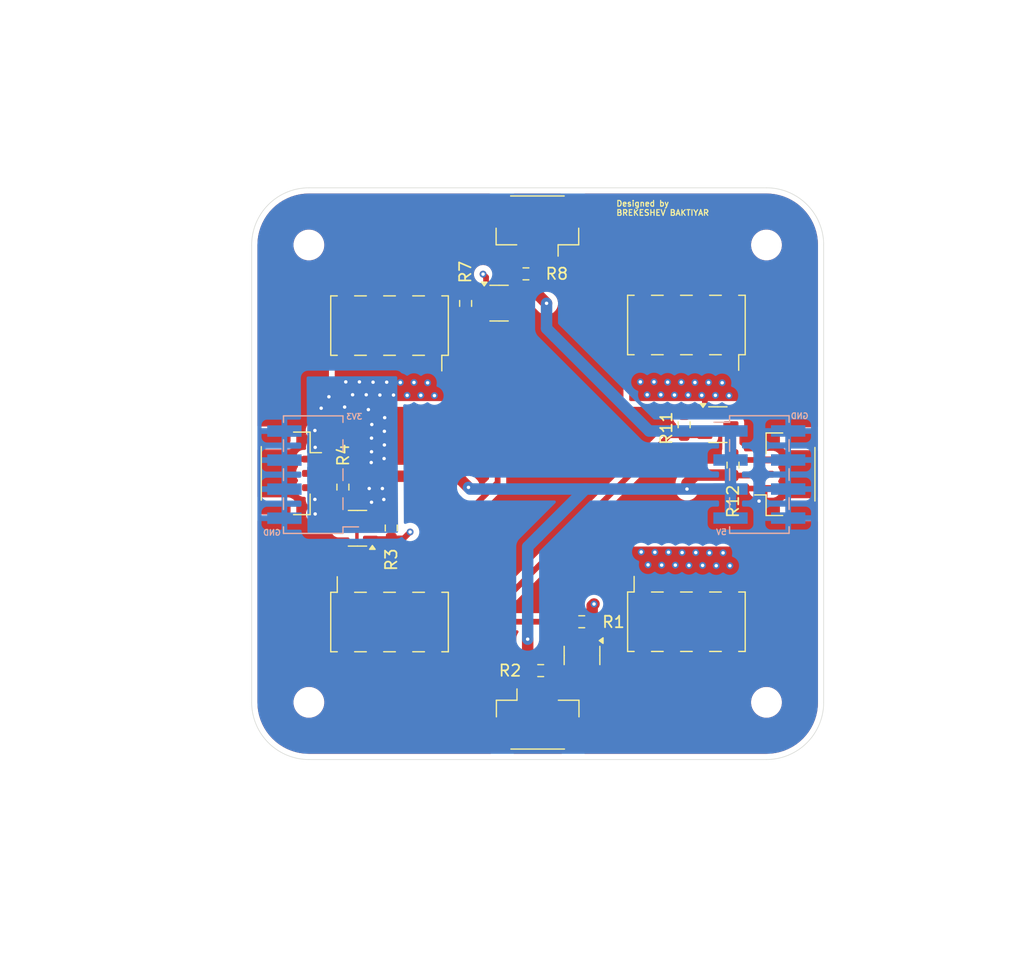
<source format=kicad_pcb>
(kicad_pcb (version 20240108) (generator "pcbnew") (generator_version "8.0")
  (layers (0 "F.Cu" signal) (1 "In1.Cu" signal) (2 "In2.Cu" signal) (31 "B.Cu" signal) (34 "B.Paste" user) (35 "F.Paste" user) (36 "B.SilkS" user "B.Silkscreen") (37 "F.SilkS" user "F.Silkscreen") (38 "B.Mask" user) (39 "F.Mask" user) (44 "Edge.Cuts" user))
  (net 0 "")
  (net 2 "Net-(J1-Pin_3)")
  (net 3 "+5V")
  (net 5 "GND")
  (net 8 "Net-(J2-Pin_3)")
  (net 10 "Net-(J3-Pin_3)")
  (net 12 "Net-(J4-Pin_3)")
  (net 15 "+3.3V")
  (net 16 "/SERVO_1")
  (net 17 "/SERVO_2")
  (net 18 "/SERVO_3")
  (net 19 "/SERVO_4")
  (footprint "MountingHole:MountingHole_2.2mm_M2" (layer "F.Cu") (at 182.575 74.05)
    (property "Reference" "H3" (hide yes))
    (property "Value" "MountingHole")
    (pad "" np_thru_hole circle (at 0 0) (size 2.2 2.2) (drill 2.2) (layers "*.Cu" "*.Mask"))
  )
  (footprint "Connector_PinSocket_2.54mm:PinSocket_2x04_P2.54mm_Vertical_SMD" (layer "F.Cu") (at 149.625 107.025 90)
    (property "Reference" "J7" (hide yes))
    (property "Value" "Conn_02x04_Odd_Even")
    (fp_line (start 2.6 -5.139999) (end 2.600001 -4.57) (stroke (width 0.12)) (layer "F.SilkS"))
    (fp_line (start -2.6 -5.139999) (end 2.6 -5.139999) (stroke (width 0.12)) (layer "F.SilkS"))
    (fp_line (start -2.6 -5.139999) (end -2.600001 -4.57) (stroke (width 0.12)) (layer "F.SilkS"))
    (fp_line (start 2.600001 -4.57) (end 3.96 -4.57) (stroke (width 0.12)) (layer "F.SilkS"))
    (fp_line (start 2.6 -3.05) (end 2.6 -2.03) (stroke (width 0.12)) (layer "F.SilkS"))
    (fp_line (start -2.6 -3.05) (end -2.6 -2.03) (stroke (width 0.12)) (layer "F.SilkS"))
    (fp_line (start 2.6 -0.51) (end 2.6 0.51) (stroke (width 0.12)) (layer "F.SilkS"))
    (fp_line (start -2.6 -0.51) (end -2.6 0.51) (stroke (width 0.12)) (layer "F.SilkS"))
    (fp_line (start 2.6 2.03) (end 2.6 3.05) (stroke (width 0.12)) (layer "F.SilkS"))
    (fp_line (start -2.6 2.03) (end -2.6 3.05) (stroke (width 0.12)) (layer "F.SilkS"))
    (fp_line (start 2.600001 4.57) (end 2.6 5.139999) (stroke (width 0.12)) (layer "F.SilkS"))
    (fp_line (start -2.600001 4.57) (end -2.6 5.139999) (stroke (width 0.12)) (layer "F.SilkS"))
    (fp_line (start -2.6 5.139999) (end 2.6 5.139999) (stroke (width 0.12)) (layer "F.SilkS"))
    (pad "1" smd rect (at 2.52 -3.81 90) (size 3 1) (layers "F.Cu" "F.Paste" "F.Mask") (net 16 "/SERVO_1"))
    (pad "2" smd rect (at -2.52 -3.81 90) (size 3 1) (layers "F.Cu" "F.Paste" "F.Mask") (net 5 "GND"))
    (pad "3" smd rect (at 2.52 -1.270001 90) (size 3 1) (layers "F.Cu" "F.Paste" "F.Mask") (net 17 "/SERVO_2"))
    (pad "4" smd rect (at -2.52 -1.270001 90) (size 3 1) (layers "F.Cu" "F.Paste" "F.Mask") (net 5 "GND"))
    (pad "5" smd rect (at 2.52 1.270001 90) (size 3 1) (layers "F.Cu" "F.Paste" "F.Mask") (net 18 "/SERVO_3"))
    (pad "6" smd rect (at -2.52 1.270001 90) (size 3 1) (layers "F.Cu" "F.Paste" "F.Mask") (net 5 "GND"))
    (pad "7" smd rect (at 2.52 3.81 90) (size 3 1) (layers "F.Cu" "F.Paste" "F.Mask") (net 19 "/SERVO_4"))
    (pad "8" smd rect (at -2.52 3.81 90) (size 3 1) (layers "F.Cu" "F.Paste" "F.Mask") (net 5 "GND"))
  )
  (footprint "Connector_JST:JST_GH_SM03B-GHS-TB_1x03-1MP_P1.25mm_Horizontal" (layer "F.Cu") (at 162.55 72.325 180)
    (property "Reference" "J3" (hide yes))
    (property "Value" "Conn_01x03_MountingPin" (hide yes))
    (fp_line (start 3.61 -0.26) (end 3.61 -1.71) (stroke (width 0.12)) (layer "F.SilkS"))
    (fp_line (start 3.61 -1.71) (end 1.81 -1.71) (stroke (width 0.12)) (layer "F.SilkS"))
    (fp_line (start -1.81 -1.71) (end -1.81 -2.7) (stroke (width 0.12)) (layer "F.SilkS"))
    (fp_line (start -2.34 2.559999) (end 2.34 2.559999) (stroke (width 0.12)) (layer "F.SilkS"))
    (fp_line (start -3.61 -0.26) (end -3.61 -1.71) (stroke (width 0.12)) (layer "F.SilkS"))
    (fp_line (start -3.61 -1.71) (end -1.81 -1.71) (stroke (width 0.12)) (layer "F.SilkS"))
    (pad "1" smd roundrect (at -1.25 -1.85 180) (size 0.6 1.7) (layers "F.Cu" "F.Paste" "F.Mask") (net 5 "GND"))
    (pad "2" smd roundrect (at 0 -1.850001 180) (size 0.6 1.7) (layers "F.Cu" "F.Paste" "F.Mask") (net 3 "+5V"))
    (pad "3" smd roundrect (at 1.25 -1.85 180) (size 0.6 1.7) (layers "F.Cu" "F.Paste" "F.Mask") (net 10 "Net-(J3-Pin_3)"))
    (pad "MP" smd roundrect (at -3.1 1.35 180) (size 1 2.7) (layers "F.Cu" "F.Paste" "F.Mask"))
    (pad "MP" smd roundrect (at 3.1 1.35 180) (size 1 2.7) (layers "F.Cu" "F.Paste" "F.Mask"))
  )
  (footprint "Package_TO_SOT_SMD:SOT-23-3" (layer "F.Cu") (at 166.45 109.95 -90)
    (property "Reference" "Q1" (hide yes))
    (property "Value" "Q_NMOS_GSD")
    (fp_line (start 0 1.560001) (end -0.8 1.56) (stroke (width 0.12)) (layer "F.SilkS"))
    (fp_line (start 0 1.560001) (end 0.8 1.56) (stroke (width 0.12)) (layer "F.SilkS"))
    (fp_line (start 0 -1.560001) (end -0.8 -1.56) (stroke (width 0.12)) (layer "F.SilkS"))
    (fp_line (start 0 -1.560001) (end 0.8 -1.56) (stroke (width 0.12)) (layer "F.SilkS"))
    (fp_poly (pts (xy -1.3 -1.51) (xy -1.54 -1.84) (xy -1.06 -1.84) (xy -1.3 -1.51)) (stroke (width 0.12)) (fill solid) (layer "F.SilkS"))
    (pad "1" smd roundrect (at -1.1375 -0.949999 270) (size 1.325 0.6) (layers "F.Cu" "F.Paste" "F.Mask") (net 15 "+3.3V"))
    (pad "2" smd roundrect (at -1.1375 0.949999 270) (size 1.325 0.6) (layers "F.Cu" "F.Paste" "F.Mask") (net 16 "/SERVO_1"))
    (pad "3" smd roundrect (at 1.1375 0 270) (size 1.325 0.6) (layers "F.Cu" "F.Paste" "F.Mask") (net 2 "Net-(J1-Pin_3)"))
  )
  (footprint "Resistor_SMD:R_0603_1608Metric_Pad0.98x0.95mm_HandSolder" (layer "F.Cu") (at 161.55 76.575)
    (property "Reference" "R8" (at 2.7 0 360) (layer "F.SilkS"))
    (property "Value" "R")
    (fp_line (start -0.254724 -0.5225) (end 0.254724 -0.5225) (stroke (width 0.12)) (layer "F.SilkS"))
    (fp_line (start -0.254724 0.5225) (end 0.254724 0.5225) (stroke (width 0.12)) (layer "F.SilkS"))
    (pad "1" smd roundrect (at -0.9125 0) (size 0.975 0.95) (layers "F.Cu" "F.Paste" "F.Mask") (net 10 "Net-(J3-Pin_3)"))
    (pad "2" smd roundrect (at 0.9125 0) (size 0.975 0.95) (layers "F.Cu" "F.Paste" "F.Mask") (net 3 "+5V"))
  )
  (footprint "Resistor_SMD:R_0603_1608Metric_Pad0.98x0.95mm_HandSolder" (layer "F.Cu") (at 166.425 107)
    (property "Reference" "R1" (at 2.775 0.025 0) (layer "F.SilkS"))
    (property "Value" "R")
    (fp_line (start -0.254724 -0.5225) (end 0.254724 -0.5225) (stroke (width 0.12)) (layer "F.SilkS"))
    (fp_line (start -0.254724 0.5225) (end 0.254724 0.5225) (stroke (width 0.12)) (layer "F.SilkS"))
    (pad "1" smd roundrect (at -0.9125 0) (size 0.975 0.95) (layers "F.Cu" "F.Paste" "F.Mask") (net 16 "/SERVO_1"))
    (pad "2" smd roundrect (at 0.9125 0) (size 0.975 0.95) (layers "F.Cu" "F.Paste" "F.Mask") (net 15 "+3.3V"))
  )
  (footprint "Fiducial:Fiducial_0.5mm_Mask1mm" (layer "F.Cu") (at 185.075 116.55)
    (property "Reference" "FID1" (hide yes))
    (property "Value" "Fiducial")
    (pad "" smd circle (at 0 0) (size 0.5 0.5) (layers "F.Cu" "F.Mask") (clearance 0.25))
  )
  (footprint "MountingHole:MountingHole_2.2mm_M2" (layer "F.Cu") (at 142.575 114.05)
    (property "Reference" "H2" (hide yes))
    (property "Value" "MountingHole")
    (pad "" np_thru_hole circle (at 0 0) (size 2.2 2.2) (drill 2.2) (layers "*.Cu" "*.Mask"))
  )
  (footprint "Resistor_SMD:R_0603_1608Metric_Pad0.98x0.95mm_HandSolder" (layer "F.Cu") (at 156.275 79.1625 90)
    (property "Reference" "R7" (at 2.75 -0.025 270) (layer "F.SilkS"))
    (property "Value" "R")
    (fp_line (start -0.254724 -0.5225) (end 0.254724 -0.5225) (stroke (width 0.12)) (layer "F.SilkS"))
    (fp_line (start -0.254724 0.5225) (end 0.254724 0.5225) (stroke (width 0.12)) (layer "F.SilkS"))
    (pad "1" smd roundrect (at -0.9125 0 90) (size 0.975 0.95) (layers "F.Cu" "F.Paste" "F.Mask") (net 18 "/SERVO_3"))
    (pad "2" smd roundrect (at 0.9125 0 90) (size 0.975 0.95) (layers "F.Cu" "F.Paste" "F.Mask") (net 15 "+3.3V"))
  )
  (footprint "Resistor_SMD:R_0603_1608Metric_Pad0.98x0.95mm_HandSolder" (layer "F.Cu") (at 179.65 93.3 -90)
    (property "Reference" "R12" (at 3.175 0 90) (layer "F.SilkS"))
    (property "Value" "R")
    (fp_line (start -0.254724 0.5225) (end 0.254724 0.5225) (stroke (width 0.12)) (layer "F.SilkS"))
    (fp_line (start -0.254724 -0.5225) (end 0.254724 -0.5225) (stroke (width 0.12)) (layer "F.SilkS"))
    (pad "1" smd roundrect (at -0.9125 0 270) (size 0.975 0.95) (layers "F.Cu" "F.Paste" "F.Mask") (net 12 "Net-(J4-Pin_3)"))
    (pad "2" smd roundrect (at 0.9125 0 270) (size 0.975 0.95) (layers "F.Cu" "F.Paste" "F.Mask") (net 3 "+5V"))
  )
  (footprint "Fiducial:Fiducial_0.5mm_Mask1mm" (layer "F.Cu") (at 185.075 71.55)
    (property "Reference" "FID3" (hide yes))
    (property "Value" "Fiducial")
    (pad "" smd circle (at 0 0) (size 0.5 0.5) (layers "F.Cu" "F.Mask") (clearance 0.25))
  )
  (footprint "Fiducial:Fiducial_0.5mm_Mask1mm" (layer "F.Cu") (at 140.075 71.55)
    (property "Reference" "FID4" (hide yes))
    (property "Value" "Fiducial")
    (pad "" smd circle (at 0 0) (size 0.5 0.5) (layers "F.Cu" "F.Mask") (clearance 0.25))
  )
  (footprint "Package_TO_SOT_SMD:SOT-23-3" (layer "F.Cu") (at 146.825 98.825 180)
    (property "Reference" "Q2" (hide yes))
    (property "Value" "Q_NMOS_GSD")
    (fp_line (start 0 1.560001) (end 0.8 1.56) (stroke (width 0.12)) (layer "F.SilkS"))
    (fp_line (start 0 1.560001) (end -0.8 1.56) (stroke (width 0.12)) (layer "F.SilkS"))
    (fp_line (start 0 -1.560001) (end 0.8 -1.56) (stroke (width 0.12)) (layer "F.SilkS"))
    (fp_line (start 0 -1.560001) (end -0.8 -1.56) (stroke (width 0.12)) (layer "F.SilkS"))
    (fp_poly (pts (xy -1.3 -1.51) (xy -1.54 -1.84) (xy -1.06 -1.84) (xy -1.3 -1.51)) (stroke (width 0.12)) (fill solid) (layer "F.SilkS"))
    (pad "1" smd roundrect (at -1.1375 -0.949999 180) (size 1.325 0.6) (layers "F.Cu" "F.Paste" "F.Mask") (net 15 "+3.3V"))
    (pad "2" smd roundrect (at -1.1375 0.949999 180) (size 1.325 0.6) (layers "F.Cu" "F.Paste" "F.Mask") (net 17 "/SERVO_2"))
    (pad "3" smd roundrect (at 1.1375 0 180) (size 1.325 0.6) (layers "F.Cu" "F.Paste" "F.Mask") (net 8 "Net-(J2-Pin_3)"))
  )
  (footprint "Connector_JST:JST_GH_SM03B-GHS-TB_1x03-1MP_P1.25mm_Horizontal" (layer "F.Cu") (at 162.575 115.575)
    (property "Reference" "J1" (hide yes))
    (property "Value" "Conn_01x03_MountingPin" (hide yes))
    (fp_line (start -3.61 -1.71) (end -1.81 -1.71) (stroke (width 0.12)) (layer "F.SilkS"))
    (fp_line (start -3.61 -0.26) (end -3.61 -1.71) (stroke (width 0.12)) (layer "F.SilkS"))
    (fp_line (start -2.34 2.56) (end 2.34 2.56) (stroke (width 0.12)) (layer "F.SilkS"))
    (fp_line (start -1.81 -1.71) (end -1.81 -2.7) (stroke (width 0.12)) (layer "F.SilkS"))
    (fp_line (start 3.61 -1.71) (end 1.81 -1.71) (stroke (width 0.12)) (layer "F.SilkS"))
    (fp_line (start 3.61 -0.26) (end 3.61 -1.71) (stroke (width 0.12)) (layer "F.SilkS"))
    (pad "1" smd roundrect (at -1.25 -1.85) (size 0.6 1.7) (layers "F.Cu" "F.Paste" "F.Mask") (net 5 "GND"))
    (pad "2" smd roundrect (at 0 -1.85) (size 0.6 1.7) (layers "F.Cu" "F.Paste" "F.Mask") (net 3 "+5V"))
    (pad "3" smd roundrect (at 1.25 -1.85) (size 0.6 1.7) (layers "F.Cu" "F.Paste" "F.Mask") (net 2 "Net-(J1-Pin_3)"))
    (pad "MP" smd roundrect (at -3.1 1.35) (size 1 2.7) (layers "F.Cu" "F.Paste" "F.Mask"))
    (pad "MP" smd roundrect (at 3.1 1.35) (size 1 2.7) (layers "F.Cu" "F.Paste" "F.Mask"))
  )
  (footprint "Package_TO_SOT_SMD:SOT-23-3" (layer "F.Cu") (at 178.325 89.7625)
    (property "Reference" "Q6" (hide yes))
    (property "Value" "Q_NMOS_GSD")
    (fp_line (start 0 -1.560001) (end -0.8 -1.56) (stroke (width 0.12)) (layer "F.SilkS"))
    (fp_line (start 0 -1.560001) (end 0.8 -1.56) (stroke (width 0.12)) (layer "F.SilkS"))
    (fp_line (start 0 1.560001) (end -0.8 1.56) (stroke (width 0.12)) (layer "F.SilkS"))
    (fp_line (start 0 1.560001) (end 0.8 1.56) (stroke (width 0.12)) (layer "F.SilkS"))
    (fp_poly (pts (xy -1.3 -1.51) (xy -1.54 -1.84) (xy -1.06 -1.84) (xy -1.3 -1.51)) (stroke (width 0.12)) (fill solid) (layer "F.SilkS"))
    (pad "1" smd roundrect (at -1.1375 -0.949999) (size 1.325 0.6) (layers "F.Cu" "F.Paste" "F.Mask") (net 15 "+3.3V"))
    (pad "2" smd roundrect (at -1.1375 0.949999) (size 1.325 0.6) (layers "F.Cu" "F.Paste" "F.Mask") (net 19 "/SERVO_4"))
    (pad "3" smd roundrect (at 1.1375 0) (size 1.325 0.6) (layers "F.Cu" "F.Paste" "F.Mask") (net 12 "Net-(J4-Pin_3)"))
  )
  (footprint "Fiducial:Fiducial_0.5mm_Mask1mm" (layer "F.Cu") (at 140.075 116.55)
    (property "Reference" "FID2" (hide yes))
    (property "Value" "Fiducial")
    (pad "" smd circle (at 0 0) (size 0.5 0.5) (layers "F.Cu" "F.Mask") (clearance 0.25))
  )
  (footprint "Resistor_SMD:R_0603_1608Metric_Pad0.98x0.95mm_HandSolder" (layer "F.Cu") (at 162.8375 111.275 180)
    (property "Reference" "R2" (at 2.675001 0 180) (layer "F.SilkS"))
    (property "Value" "R")
    (fp_line (start -0.254724 0.5225) (end 0.254724 0.5225) (stroke (width 0.12)) (layer "F.SilkS"))
    (fp_line (start -0.254724 -0.5225) (end 0.254724 -0.5225) (stroke (width 0.12)) (layer "F.SilkS"))
    (pad "1" smd roundrect (at -0.9125 0 180) (size 0.975 0.95) (layers "F.Cu" "F.Paste" "F.Mask") (net 2 "Net-(J1-Pin_3)"))
    (pad "2" smd roundrect (at 0.9125 0 180) (size 0.975 0.95) (layers "F.Cu" "F.Paste" "F.Mask") (net 3 "+5V"))
  )
  (footprint "Resistor_SMD:R_0603_1608Metric_Pad0.98x0.95mm_HandSolder" (layer "F.Cu") (at 145.55 95.225 90)
    (property "Reference" "R4" (at 2.8 0.025 270) (layer "F.SilkS"))
    (property "Value" "R")
    (fp_line (start -0.254724 -0.5225) (end 0.254724 -0.5225) (stroke (width 0.12)) (layer "F.SilkS"))
    (fp_line (start -0.254724 0.5225) (end 0.254724 0.5225) (stroke (width 0.12)) (layer "F.SilkS"))
    (pad "1" smd roundrect (at -0.9125 0 90) (size 0.975 0.95) (layers "F.Cu" "F.Paste" "F.Mask") (net 8 "Net-(J2-Pin_3)"))
    (pad "2" smd roundrect (at 0.9125 0 90) (size 0.975 0.95) (layers "F.Cu" "F.Paste" "F.Mask") (net 3 "+5V"))
  )
  (footprint "Package_TO_SOT_SMD:SOT-23-3" (layer "F.Cu") (at 159.2 79.1375)
    (property "Reference" "Q4" (hide yes))
    (property "Value" "Q_NMOS_GSD")
    (fp_line (start 0 -1.560001) (end -0.8 -1.56) (stroke (width 0.12)) (layer "F.SilkS"))
    (fp_line (start 0 -1.560001) (end 0.8 -1.56) (stroke (width 0.12)) (layer "F.SilkS"))
    (fp_line (start 0 1.560001) (end -0.8 1.56) (stroke (width 0.12)) (layer "F.SilkS"))
    (fp_line (start 0 1.560001) (end 0.8 1.56) (stroke (width 0.12)) (layer "F.SilkS"))
    (fp_poly (pts (xy -1.3 -1.51) (xy -1.54 -1.84) (xy -1.06 -1.84) (xy -1.3 -1.51)) (stroke (width 0.12)) (fill solid) (layer "F.SilkS"))
    (pad "1" smd roundrect (at -1.1375 -0.949999) (size 1.325 0.6) (layers "F.Cu" "F.Paste" "F.Mask") (net 15 "+3.3V"))
    (pad "2" smd roundrect (at -1.1375 0.949999) (size 1.325 0.6) (layers "F.Cu" "F.Paste" "F.Mask") (net 18 "/SERVO_3"))
    (pad "3" smd roundrect (at 1.1375 0) (size 1.325 0.6) (layers "F.Cu" "F.Paste" "F.Mask") (net 10 "Net-(J3-Pin_3)"))
  )
  (footprint "Connector_PinSocket_2.54mm:PinSocket_2x04_P2.54mm_Vertical_SMD" (layer "F.Cu") (at 175.575 81.05 -90)
    (property "Reference" "J8" (hide yes))
    (property "Value" "Conn_02x04_Odd_Even")
    (fp_line (start -2.6 5.139999) (end 2.6 5.139999) (stroke (width 0.12)) (layer "F.SilkS"))
    (fp_line (start -2.600001 4.57) (end -2.6 5.139999) (stroke (width 0.12)) (layer "F.SilkS"))
    (fp_line (start 2.600001 4.57) (end 2.6 5.139999) (stroke (width 0.12)) (layer "F.SilkS"))
    (fp_line (start -2.6 2.03) (end -2.6 3.05) (stroke (width 0.12)) (layer "F.SilkS"))
    (fp_line (start 2.6 2.03) (end 2.6 3.05) (stroke (width 0.12)) (layer "F.SilkS"))
    (fp_line (start -2.6 -0.51) (end -2.6 0.51) (stroke (width 0.12)) (layer "F.SilkS"))
    (fp_line (start 2.6 -0.51) (end 2.6 0.51) (stroke (width 0.12)) (layer "F.SilkS"))
    (fp_line (start -2.6 -3.05) (end -2.6 -2.03) (stroke (width 0.12)) (layer "F.SilkS"))
    (fp_line (start 2.6 -3.05) (end 2.6 -2.03) (stroke (width 0.12)) (layer "F.SilkS"))
    (fp_line (start 2.600001 -4.57) (end 3.96 -4.57) (stroke (width 0.12)) (layer "F.SilkS"))
    (fp_line (start -2.6 -5.139999) (end -2.600001 -4.57) (stroke (width 0.12)) (layer "F.SilkS"))
    (fp_line (start -2.6 -5.139999) (end 2.6 -5.139999) (stroke (width 0.12)) (layer "F.SilkS"))
    (fp_line (start 2.6 -5.139999) (end 2.600001 -4.57) (stroke (width 0.12)) (layer "F.SilkS"))
    (pad "1" smd rect (at 2.52 -3.81 270) (size 3 1) (layers "F.Cu" "F.Paste" "F.Mask") (net 15 "+3.3V"))
    (pad "2" smd rect (at -2.52 -3.81 270) (size 3 1) (layers "F.Cu" "F.Paste" "F.Mask") (net 5 "GND"))
    (pad "3" smd rect (at 2.52 -1.270001 270) (size 3 1) (layers "F.Cu" "F.Paste" "F.Mask") (net 15 "+3.3V"))
    (pad "4" smd rect (at -2.52 -1.270001 270) (size 3 1) (layers "F.Cu" "F.Paste" "F.Mask") (net 5 "GND"))
    (pad "5" smd rect (at 2.52 1.270001 270) (size 3 1) (layers "F.Cu" "F.Paste" "F.Mask") (net 15 "+3.3V"))
    (pad "6" smd rect (at -2.52 1.270001 270) (size 3 1) (layers "F.Cu" "F.Paste" "F.Mask") (net 5 "GND"))
    (pad "7" smd rect (at 2.52 3.81 270) (size 3 1) (layers "F.Cu" "F.Paste" "F.Mask") (net 15 "+3.3V"))
    (pad "8" smd rect (at -2.52 3.81 270) (size 3 1) (layers "F.Cu" "F.Paste" "F.Mask") (net 5 "GND"))
  )
  (footprint "Connector_JST:JST_GH_SM03B-GHS-TB_1x03-1MP_P1.25mm_Horizontal" (layer "F.Cu") (at 184.25 94.1 90)
    (property "Reference" "J4" (hide yes))
    (property "Value" "Conn_01x03_MountingPin" (hide yes))
    (fp_line (start 3.61 -1.71) (end 1.81 -1.71) (stroke (width 0.12)) (layer "F.SilkS"))
    (fp_line (start -1.81 -1.71) (end -1.81 -2.7) (stroke (width 0.12)) (layer "F.SilkS"))
    (fp_line (start -3.61 -1.71) (end -1.81 -1.71) (stroke (width 0.12)) (layer "F.SilkS"))
    (fp_line (start 3.61 -0.26) (end 3.61 -1.71) (stroke (width 0.12)) (layer "F.SilkS"))
    (fp_line (start -3.61 -0.26) (end -3.61 -1.71) (stroke (width 0.12)) (layer "F.SilkS"))
    (fp_line (start -2.34 2.559999) (end 2.34 2.559999) (stroke (width 0.12)) (layer "F.SilkS"))
    (pad "1" smd roundrect (at -1.25 -1.85 90) (size 0.6 1.7) (layers "F.Cu" "F.Paste" "F.Mask") (net 5 "GND"))
    (pad "2" smd roundrect (at 0 -1.850001 90) (size 0.6 1.7) (layers "F.Cu" "F.Paste" "F.Mask") (net 3 "+5V"))
    (pad "3" smd roundrect (at 1.25 -1.85 90) (size 0.6 1.7) (layers "F.Cu" "F.Paste" "F.Mask") (net 12 "Net-(J4-Pin_3)"))
    (pad "MP" smd roundrect (at -3.1 1.35 90) (size 1 2.7) (layers "F.Cu" "F.Paste" "F.Mask"))
    (pad "MP" smd roundrect (at 3.1 1.35 90) (size 1 2.7) (layers "F.Cu" "F.Paste" "F.Mask"))
  )
  (footprint "Connector_PinSocket_2.54mm:PinSocket_2x04_P2.54mm_Vertical_SMD" (layer "F.Cu") (at 149.625 81.1 -90)
    (property "Reference" "J9" (hide yes))
    (property "Value" "Conn_02x04_Odd_Even")
    (fp_line (start -2.6 5.139999) (end 2.6 5.139999) (stroke (width 0.12)) (layer "F.SilkS"))
    (fp_line (start -2.600001 4.57) (end -2.6 5.139999) (stroke (width 0.12)) (layer "F.SilkS"))
    (fp_line (start 2.600001 4.57) (end 2.6 5.139999) (stroke (width 0.12)) (layer "F.SilkS"))
    (fp_line (start -2.6 2.03) (end -2.6 3.05) (stroke (width 0.12)) (layer "F.SilkS"))
    (fp_line (start 2.6 2.03) (end 2.6 3.05) (stroke (width 0.12)) (layer "F.SilkS"))
    (fp_line (start -2.6 -0.51) (end -2.6 0.51) (stroke (width 0.12)) (layer "F.SilkS"))
    (fp_line (start 2.6 -0.51) (end 2.6 0.51) (stroke (width 0.12)) (layer "F.SilkS"))
    (fp_line (start -2.6 -3.05) (end -2.6 -2.03) (stroke (width 0.12)) (layer "F.SilkS"))
    (fp_line (start 2.6 -3.05) (end 2.6 -2.03) (stroke (width 0.12)) (layer "F.SilkS"))
    (fp_line (start 2.600001 -4.57) (end 3.96 -4.57) (stroke (width 0.12)) (layer "F.SilkS"))
    (fp_line (start -2.6 -5.139999) (end -2.600001 -4.57) (stroke (width 0.12)) (layer "F.SilkS"))
    (fp_line (start -2.6 -5.139999) (end 2.6 -5.139999) (stroke (width 0.12)) (layer "F.SilkS"))
    (fp_line (start 2.6 -5.139999) (end 2.600001 -4.57) (stroke (width 0.12)) (layer "F.SilkS"))
    (pad "1" smd rect (at 2.52 -3.81 270) (size 3 1) (layers "F.Cu" "F.Paste" "F.Mask") (net 15 "+3.3V"))
    (pad "2" smd rect (at -2.52 -3.81 270) (size 3 1) (layers "F.Cu" "F.Paste" "F.Mask") (net 5 "GND"))
    (pad "3" smd rect (at 2.52 -1.270001 270) (size 3 1) (layers "F.Cu" "F.Paste" "F.Mask") (net 15 "+3.3V"))
    (pad "4" smd rect (at -2.52 -1.270001 270) (size 3 1) (layers "F.Cu" "F.Paste" "F.Mask") (net 5 "GND"))
    (pad "5" smd rect (at 2.52 1.270001 270) (size 3 1) (layers "F.Cu" "F.Paste" "F.Mask") (net 15 "+3.3V"))
    (pad "6" smd rect (at -2.52 1.270001 270) (size 3 1) (layers "F.Cu" "F.Paste" "F.Mask") (net 5 "GND"))
    (pad "7" smd rect (at 2.52 3.81 270) (size 3 1) (layers "F.Cu" "F.Paste" "F.Mask") (net 15 "+3.3V"))
    (pad "8" smd rect (at -2.52 3.81 270) (size 3 1) (layers "F.Cu" "F.Paste" "F.Mask") (net 5 "GND"))
  )
  (footprint "Connector_PinSocket_2.54mm:PinSocket_2x04_P2.54mm_Vertical_SMD" (layer "F.Cu") (at 175.575 107 90)
    (property "Reference" "J10" (hide yes))
    (property "Value" "Conn_02x04_Odd_Even")
    (fp_line (start 2.6 -5.139999) (end 2.600001 -4.57) (stroke (width 0.12)) (layer "F.SilkS"))
    (fp_line (start -2.6 -5.139999) (end 2.6 -5.139999) (stroke (width 0.12)) (layer "F.SilkS"))
    (fp_line (start -2.6 -5.139999) (end -2.600001 -4.57) (stroke (width 0.12)) (layer "F.SilkS"))
    (fp_line (start 2.600001 -4.57) (end 3.96 -4.57) (stroke (width 0.12)) (layer "F.SilkS"))
    (fp_line (start 2.6 -3.05) (end 2.6 -2.03) (stroke (width 0.12)) (layer "F.SilkS"))
    (fp_line (start -2.6 -3.05) (end -2.6 -2.03) (stroke (width 0.12)) (layer "F.SilkS"))
    (fp_line (start 2.6 -0.51) (end 2.6 0.51) (stroke (width 0.12)) (layer "F.SilkS"))
    (fp_line (start -2.6 -0.51) (end -2.6 0.51) (stroke (width 0.12)) (layer "F.SilkS"))
    (fp_line (start 2.6 2.03) (end 2.6 3.05) (stroke (width 0.12)) (layer "F.SilkS"))
    (fp_line (start -2.6 2.03) (end -2.6 3.05) (stroke (width 0.12)) (layer "F.SilkS"))
    (fp_line (start 2.600001 4.57) (end 2.6 5.139999) (stroke (width 0.12)) (layer "F.SilkS"))
    (fp_line (start -2.600001 4.57) (end -2.6 5.139999) (stroke (width 0.12)) (layer "F.SilkS"))
    (fp_line (start -2.6 5.139999) (end 2.6 5.139999) (stroke (width 0.12)) (layer "F.SilkS"))
    (pad "1" smd rect (at 2.52 -3.81 90) (size 3 1) (layers "F.Cu" "F.Paste" "F.Mask") (net 15 "+3.3V"))
    (pad "2" smd rect (at -2.52 -3.81 90) (size 3 1) (layers "F.Cu" "F.Paste" "F.Mask") (net 5 "GND"))
    (pad "3" smd rect (at 2.52 -1.270001 90) (size 3 1) (layers "F.Cu" "F.Paste" "F.Mask") (net 15 "+3.3V"))
    (pad "4" smd rect (at -2.52 -1.270001 90) (size 3 1) (layers "F.Cu" "F.Paste" "F.Mask") (net 5 "GND"))
    (pad "5" smd rect (at 2.52 1.270001 90) (size 3 1) (layers "F.Cu" "F.Paste" "F.Mask") (net 15 "+3.3V"))
    (pad "6" smd rect (at -2.52 1.270001 90) (size 3 1) (layers "F.Cu" "F.Paste" "F.Mask") (net 5 "GND"))
    (pad "7" smd rect (at 2.52 3.81 90) (size 3 1) (layers "F.Cu" "F.Paste" "F.Mask") (net 15 "+3.3V"))
    (pad "8" smd rect (at -2.52 3.81 90) (size 3 1) (layers "F.Cu" "F.Paste" "F.Mask") (net 5 "GND"))
  )
  (footprint "MountingHole:MountingHole_2.2mm_M2" (layer "F.Cu") (at 182.575 114.05)
    (property "Reference" "H1" (hide yes))
    (property "Value" "MountingHole")
    (pad "" np_thru_hole circle (at 0 0) (size 2.2 2.2) (drill 2.2) (layers "*.Cu" "*.Mask"))
  )
  (footprint "Connector_JST:JST_GH_SM03B-GHS-TB_1x03-1MP_P1.25mm_Horizontal" (layer "F.Cu") (at 140.975 94.025 -90)
    (property "Reference" "J2" (hide yes))
    (property "Value" "Conn_01x03_MountingPin" (hide yes))
    (fp_line (start -2.34 2.559999) (end 2.34 2.559999) (stroke (width 0.12)) (layer "F.SilkS"))
    (fp_line (start -3.61 -0.26) (end -3.61 -1.71) (stroke (width 0.12)) (layer "F.SilkS"))
    (fp_line (start 3.61 -0.26) (end 3.61 -1.71) (stroke (width 0.12)) (layer "F.SilkS"))
    (fp_line (start -3.61 -1.71) (end -1.81 -1.71) (stroke (width 0.12)) (layer "F.SilkS"))
    (fp_line (start -1.81 -1.71) (end -1.81 -2.7) (stroke (width 0.12)) (layer "F.SilkS"))
    (fp_line (start 3.61 -1.71) (end 1.81 -1.71) (stroke (width 0.12)) (layer "F.SilkS"))
    (pad "1" smd roundrect (at -1.25 -1.85 270) (size 0.6 1.7) (layers "F.Cu" "F.Paste" "F.Mask") (net 5 "GND"))
    (pad "2" smd roundrect (at 0 -1.850001 270) (size 0.6 1.7) (layers "F.Cu" "F.Paste" "F.Mask") (net 3 "+5V"))
    (pad "3" smd roundrect (at 1.25 -1.85 270) (size 0.6 1.7) (layers "F.Cu" "F.Paste" "F.Mask") (net 8 "Net-(J2-Pin_3)"))
    (pad "MP" smd roundrect (at -3.1 1.35 270) (size 1 2.7) (layers "F.Cu" "F.Paste" "F.Mask"))
    (pad "MP" smd roundrect (at 3.1 1.35 270) (size 1 2.7) (layers "F.Cu" "F.Paste" "F.Mask"))
  )
  (footprint "Resistor_SMD:R_0603_1608Metric_Pad0.98x0.95mm_HandSolder" (layer "F.Cu") (at 175.375 89.775 90)
    (property "Reference" "R11" (at -0.3 -1.55 270) (layer "F.SilkS"))
    (property "Value" "R")
    (fp_line (start -0.254724 -0.5225) (end 0.254724 -0.5225) (stroke (width 0.12)) (layer "F.SilkS"))
    (fp_line (start -0.254724 0.5225) (end 0.254724 0.5225) (stroke (width 0.12)) (layer "F.SilkS"))
    (pad "1" smd roundrect (at -0.9125 0 90) (size 0.975 0.95) (layers "F.Cu" "F.Paste" "F.Mask") (net 19 "/SERVO_4"))
    (pad "2" smd roundrect (at 0.9125 0 90) (size 0.975 0.95) (layers "F.Cu" "F.Paste" "F.Mask") (net 15 "+3.3V"))
  )
  (footprint "Resistor_SMD:R_0603_1608Metric_Pad0.98x0.95mm_HandSolder" (layer "F.Cu") (at 149.775 98.8 -90)
    (property "Reference" "R3" (at 2.775 0 90) (layer "F.SilkS"))
    (property "Value" "R")
    (fp_line (start -0.254724 0.5225) (end 0.254724 0.5225) (stroke (width 0.12)) (layer "F.SilkS"))
    (fp_line (start -0.254724 -0.5225) (end 0.254724 -0.5225) (stroke (width 0.12)) (layer "F.SilkS"))
    (pad "1" smd roundrect (at -0.9125 0 270) (size 0.975 0.95) (layers "F.Cu" "F.Paste" "F.Mask") (net 17 "/SERVO_2"))
    (pad "2" smd roundrect (at 0.9125 0 270) (size 0.975 0.95) (layers "F.Cu" "F.Paste" "F.Mask") (net 15 "+3.3V"))
  )
  (footprint "MountingHole:MountingHole_2.2mm_M2" (layer "F.Cu") (at 142.575 74.05)
    (property "Reference" "H4" (hide yes))
    (property "Value" "MountingHole")
    (pad "" np_thru_hole circle (at 0 0) (size 2.2 2.2) (drill 2.2) (layers "*.Cu" "*.Mask"))
  )
  (footprint "Connector_PinSocket_2.54mm:PinSocket_2x04_P2.54mm_Vertical_SMD" (layer "B.Cu") (at 181.95 94.125 180)
    (property "Reference" "J5" (hide yes))
    (property "Value" "Conn_02x04_Odd_Even")
    (fp_line (start 3.96 4.57) (end 2.6 4.57) (stroke (width 0.12)) (layer "B.SilkS"))
    (fp_line (start 2.6 5.14) (end -2.6 5.14) (stroke (width 0.12)) (layer "B.SilkS"))
    (fp_line (start 2.6 4.57) (end 2.6 5.14) (stroke (width 0.12)) (layer "B.SilkS"))
    (fp_line (start 2.6 2.03) (end 2.6 3.05) (stroke (width 0.12)) (layer "B.SilkS"))
    (fp_line (start 2.6 -0.51) (end 2.6 0.51) (stroke (width 0.12)) (layer "B.SilkS"))
    (fp_line (start 2.6 -3.05) (end 2.6 -2.03) (stroke (width 0.12)) (layer "B.SilkS"))
    (fp_line (start 2.6 -5.14) (end 2.6 -4.57) (stroke (width 0.12)) (layer "B.SilkS"))
    (fp_line (start 2.6 -5.14) (end -2.6 -5.14) (stroke (width 0.12)) (layer "B.SilkS"))
    (fp_line (start -2.6 4.57) (end -2.6 5.14) (stroke (width 0.12)) (layer "B.SilkS"))
    (fp_line (start -2.6 2.03) (end -2.6 3.05) (stroke (width 0.12)) (layer "B.SilkS"))
    (fp_line (start -2.6 -0.51) (end -2.6 0.51) (stroke (width 0.12)) (layer "B.SilkS"))
    (fp_line (start -2.6 -3.05) (end -2.6 -2.03) (stroke (width 0.12)) (layer "B.SilkS"))
    (fp_line (start -2.6 -5.14) (end -2.6 -4.57) (stroke (width 0.12)) (layer "B.SilkS"))
    (pad "1" smd rect (at 2.52 3.81 180) (size 3 1) (layers "B.Cu" "B.Paste" "B.Mask") (net 3 "+5V"))
    (pad "2" smd rect (at -2.52 3.81 180) (size 3 1) (layers "B.Cu" "B.Paste" "B.Mask") (net 5 "GND"))
    (pad "3" smd rect (at 2.52 1.27 180) (size 3 1) (layers "B.Cu" "B.Paste" "B.Mask") (net 3 "+5V"))
    (pad "4" smd rect (at -2.52 1.27 180) (size 3 1) (layers "B.Cu" "B.Paste" "B.Mask") (net 5 "GND"))
    (pad "5" smd rect (at 2.52 -1.27 180) (size 3 1) (layers "B.Cu" "B.Paste" "B.Mask") (net 3 "+5V"))
    (pad "6" smd rect (at -2.52 -1.27 180) (size 3 1) (layers "B.Cu" "B.Paste" "B.Mask") (net 5 "GND"))
    (pad "7" smd rect (at 2.52 -3.81 180) (size 3 1) (layers "B.Cu" "B.Paste" "B.Mask") (net 3 "+5V"))
    (pad "8" smd rect (at -2.52 -3.81 180) (size 3 1) (layers "B.Cu" "B.Paste" "B.Mask") (net 5 "GND"))
  )
  (footprint "Connector_PinSocket_2.54mm:PinSocket_2x04_P2.54mm_Vertical_SMD" (layer "B.Cu") (at 142.955 94.135)
    (property "Reference" "J6" (hide yes))
    (property "Value" "Conn_02x04_Odd_Even")
    (fp_line (start -2.600001 4.57) (end -2.6 5.139999) (stroke (width 0.12)) (layer "B.SilkS"))
    (fp_line (start -2.6 -5.139999) (end -2.600001 -4.57) (stroke (width 0.12)) (layer "B.SilkS"))
    (fp_line (start -2.6 -3.05) (end -2.6 -2.03) (stroke (width 0.12)) (layer "B.SilkS"))
    (fp_line (start -2.6 -0.51) (end -2.6 0.51) (stroke (width 0.12)) (layer "B.SilkS"))
    (fp_line (start -2.6 2.03) (end -2.6 3.05) (stroke (width 0.12)) (layer "B.SilkS"))
    (fp_line (start 2.6 -5.139999) (end -2.6 -5.139999) (stroke (width 0.12)) (layer "B.SilkS"))
    (fp_line (start 2.6 -5.139999) (end 2.600001 -4.57) (stroke (width 0.12)) (layer "B.SilkS"))
    (fp_line (start 2.6 -3.05) (end 2.6 -2.03) (stroke (width 0.12)) (layer "B.SilkS"))
    (fp_line (start 2.6 -0.51) (end 2.6 0.51) (stroke (width 0.12)) (layer "B.SilkS"))
    (fp_line (start 2.6 2.03) (end 2.6 3.05) (stroke (width 0.12)) (layer "B.SilkS"))
    (fp_line (start 2.6 5.139999) (end -2.6 5.139999) (stroke (width 0.12)) (layer "B.SilkS"))
    (fp_line (start 2.600001 4.57) (end 2.6 5.139999) (stroke (width 0.12)) (layer "B.SilkS"))
    (fp_line (start 3.96 4.57) (end 2.600001 4.57) (stroke (width 0.12)) (layer "B.SilkS"))
    (pad "1" smd rect (at 2.52 3.81) (size 3 1) (layers "B.Cu" "B.Paste" "B.Mask") (net 15 "+3.3V"))
    (pad "2" smd rect (at -2.52 3.81) (size 3 1) (layers "B.Cu" "B.Paste" "B.Mask") (net 5 "GND"))
    (pad "3" smd rect (at 2.52 1.270001) (size 3 1) (layers "B.Cu" "B.Paste" "B.Mask") (net 15 "+3.3V"))
    (pad "4" smd rect (at -2.52 1.270001) (size 3 1) (layers "B.Cu" "B.Paste" "B.Mask") (net 5 "GND"))
    (pad "5" smd rect (at 2.52 -1.270001) (size 3 1) (layers "B.Cu" "B.Paste" "B.Mask") (net 15 "+3.3V"))
    (pad "6" smd rect (at -2.52 -1.270001) (size 3 1) (layers "B.Cu" "B.Paste" "B.Mask") (net 5 "GND"))
    (pad "7" smd rect (at 2.52 -3.81) (size 3 1) (layers "B.Cu" "B.Paste" "B.Mask") (net 15 "+3.3V"))
    (pad "8" smd rect (at -2.52 -3.81) (size 3 1) (layers "B.Cu" "B.Paste" "B.Mask") (net 5 "GND"))
  )
  (gr_line (start 137.575 114.05) (end 137.575 74.05) (stroke (width 0.05)) (layer "Edge.Cuts"))
  (gr_arc (start 187.575 114.05) (mid 186.110534 117.585534) (end 182.575 119.05) (stroke (width 0.05)) (layer "Edge.Cuts"))
  (gr_line (start 182.575 119.05) (end 142.575 119.05) (stroke (width 0.05)) (layer "Edge.Cuts"))
  (gr_arc (start 137.575 74.05) (mid 139.039466 70.514466) (end 142.575 69.05) (stroke (width 0.05)) (layer "Edge.Cuts"))
  (gr_line (start 187.575 74.05) (end 187.575 114.05) (stroke (width 0.05)) (layer "Edge.Cuts"))
  (gr_arc (start 182.575 69.05) (mid 186.110534 70.514466) (end 187.575 74.05) (stroke (width 0.05)) (layer "Edge.Cuts"))
  (gr_arc (start 142.575 119.05) (mid 139.039466 117.585534) (end 137.575 114.05) (stroke (width 0.05)) (layer "Edge.Cuts"))
  (gr_line (start 142.575 69.05) (end 182.575 69.05) (stroke (width 0.05)) (layer "Edge.Cuts"))
  (gr_text "GND" (at 186.3 89.3 0) (layer "B.SilkS") (effects (font (size 0.5 0.5) (thickness 0.1)) (justify left bottom mirror)))
  (gr_text "5V" (at 179.15 99.45 0) (layer "B.SilkS") (effects (font (size 0.5 0.5) (thickness 0.1)) (justify left bottom mirror)))
  (gr_text "3V3" (at 147.3 89.35 0) (layer "B.SilkS") (effects (font (size 0.5 0.5) (thickness 0.1)) (justify left bottom mirror)))
  (gr_text "GND" (at 140.175 99.5 0) (layer "B.SilkS") (effects (font (size 0.5 0.5) (thickness 0.1)) (justify left bottom mirror)))
  (gr_text "Designed by \nBREKESHEV BAKTIYAR" (at 169.4 71.525 0) (layer "F.SilkS") (effects (font (size 0.5 0.5) (thickness 0.1)) (justify left bottom)))
  (segment (start 163.75 111.275) (end 166.2625 111.275) (width 0.5) (layer "F.Cu") (net 2))
  (segment (start 163.75 111.275) (end 163.75 113.65) (width 0.5) (layer "F.Cu") (net 2))
  (segment (start 166.2625 111.275) (end 166.45 111.0875) (width 0.5) (layer "F.Cu") (net 2))
  (segment (start 163.75 113.65) (end 163.825 113.725) (width 0.5) (layer "F.Cu") (net 2))
  (segment (start 161.7 111.05) (end 161.925 111.275) (width 1) (layer "F.Cu") (net 3))
  (segment (start 162.4625 76.575) (end 162.4625 74.262501) (width 0.5) (layer "F.Cu") (net 3))
  (segment (start 161.7 108.525) (end 161.7 111.05) (width 1) (layer "F.Cu") (net 3))
  (segment (start 182.287499 94.2125) (end 182.399999 94.1) (width 0.5) (layer "F.Cu") (net 3))
  (segment (start 156.525 95.25) (end 155.55 94.275) (width 1) (layer "F.Cu") (net 3))
  (segment (start 175.625 94.9) (end 176.35 94.175) (width 1) (layer "F.Cu") (net 3))
  (segment (start 142.825001 94.025) (end 145.2625 94.025) (width 0.5) (layer "F.Cu") (net 3))
  (segment (start 145.5875 94.275) (end 145.55 94.3125) (width 1) (layer "F.Cu") (net 3))
  (segment (start 162.4625 74.262501) (end 162.55 74.175001) (width 0.5) (layer "F.Cu") (net 3))
  (segment (start 155.55 94.275) (end 145.5875 94.275) (width 1) (layer "F.Cu") (net 3))
  (segment (start 179.65 94.2125) (end 182.287499 94.2125) (width 0.5) (layer "F.Cu") (net 3))
  (segment (start 179.6125 94.175) (end 179.65 94.2125) (width 1) (layer "F.Cu") (net 3))
  (segment (start 145.2625 94.025) (end 145.55 94.3125) (width 0.5) (layer "F.Cu") (net 3))
  (segment (start 162.4625 76.575) (end 162.4625 78.2625) (width 1) (layer "F.Cu") (net 3))
  (segment (start 162.575 111.925) (end 162.575 113.725) (width 0.5) (layer "F.Cu") (net 3))
  (segment (start 161.925 111.275) (end 162.575 111.925) (width 0.5) (layer "F.Cu") (net 3))
  (segment (start 175.625 95.395) (end 175.625 94.9) (width 1) (layer "F.Cu") (net 3))
  (segment (start 176.35 94.175) (end 179.6125 94.175) (width 1) (layer "F.Cu") (net 3))
  (segment (start 162.4625 78.2625) (end 163.35 79.15) (width 1) (layer "F.Cu") (net 3))
  (via (at 175.625 95.395) (size 0.6) (drill 0.3) (layers "F.Cu" "B.Cu") (net 3))
  (via (at 161.7 108.525) (size 0.6) (drill 0.3) (layers "F.Cu" "B.Cu") (net 3))
  (via (at 163.35 79.15) (size 0.6) (drill 0.3) (layers "F.Cu" "B.Cu") (net 3))
  (via (at 156.525 95.25) (size 0.6) (drill 0.3) (layers "F.Cu" "B.Cu") (net 3))
  (segment (start 172.315 90.315) (end 164.1 82.1) (width 1) (layer "B.Cu") (net 3))
  (segment (start 156.525 95.25) (end 156.67 95.395) (width 1) (layer "B.Cu") (net 3))
  (segment (start 163.35 81.35) (end 163.35 79.15) (width 1) (layer "B.Cu") (net 3))
  (segment (start 166.755 95.395) (end 162.625 99.525) (width 1) (layer "B.Cu") (net 3))
  (segment (start 179.43 90.315) (end 172.315 90.315) (width 1) (layer "B.Cu") (net 3))
  (segment (start 156.67 95.395) (end 166.755 95.395) (width 1) (layer "B.Cu") (net 3))
  (segment (start 179.43 95.395) (end 166.755 95.395) (width 1) (layer "B.Cu") (net 3))
  (segment (start 179.43 97.935) (end 179.43 90.315) (width 1) (layer "B.Cu") (net 3))
  (segment (start 162.625 99.525) (end 161.7 100.45) (width 1) (layer "B.Cu") (net 3))
  (segment (start 164.1 82.1) (end 163.35 81.35) (width 1) (layer "B.Cu") (net 3))
  (segment (start 161.7 100.45) (end 161.7 108.525) (width 1) (layer "B.Cu") (net 3))
  (segment (start 182.4 95.35) (end 182.4 95.975) (width 0.5) (layer "F.Cu") (net 5))
  (segment (start 182.4 95.975) (end 181.925 96.45) (width 0.5) (layer "F.Cu") (net 5))
  (via (at 181.925 96.45) (size 0.6) (drill 0.3) (layers "F.Cu" "B.Cu") (net 5))
  (segment (start 145.6875 98.825) (end 145.6875 96.275) (width 0.5) (layer "F.Cu") (net 8))
  (segment (start 144.6875 95.275) (end 145.55 96.1375) (width 0.5) (layer "F.Cu") (net 8))
  (segment (start 142.825 95.275) (end 144.6875 95.275) (width 0.5) (layer "F.Cu") (net 8))
  (segment (start 145.6875 96.275) (end 145.55 96.1375) (width 0.5) (layer "F.Cu") (net 8))
  (segment (start 161.3 75.9125) (end 160.6375 76.575) (width 0.5) (layer "F.Cu") (net 10))
  (segment (start 161.3 74.175) (end 161.3 75.9125) (width 0.5) (layer "F.Cu") (net 10))
  (segment (start 160.3375 79.1375) (end 160.3375 76.875) (width 0.5) (layer "F.Cu") (net 10))
  (segment (start 160.3375 76.875) (end 160.6375 76.575) (width 0.5) (layer "F.Cu") (net 10))
  (segment (start 180.1125 92.85) (end 179.65 92.3875) (width 0.5) (layer "F.Cu") (net 12))
  (segment (start 179.4625 92.2) (end 179.65 92.3875) (width 0.5) (layer "F.Cu") (net 12))
  (segment (start 182.4 92.85) (end 180.1125 92.85) (width 0.5) (layer "F.Cu") (net 12))
  (segment (start 179.4625 89.7625) (end 179.4625 92.2) (width 0.5) (layer "F.Cu") (net 12))
  (segment (start 175.375 88.8625) (end 177.137501 88.8625) (width 0.5) (layer "F.Cu") (net 15))
  (segment (start 167.3375 107) (end 167.3375 108.750001) (width 0.5) (layer "F.Cu") (net 15))
  (segment (start 158.0625 76.8625) (end 157.8 76.6) (width 0.5) (layer "F.Cu") (net 15))
  (segment (start 167.3375 108.750001) (end 167.399999 108.8125) (width 0.5) (layer "F.Cu") (net 15))
  (segment (start 156.275 78.25) (end 158.000001 78.25) (width 0.5) (layer "F.Cu") (net 15))
  (segment (start 167.3375 107) (end 167.3375 105.6125) (width 1) (layer "F.Cu") (net 15))
  (segment (start 150.8625 99.7125) (end 151.425 99.15) (width 0.5) (layer "F.Cu") (net 15))
  (segment (start 149.775 99.7125) (end 150.8625 99.7125) (width 0.5) (layer "F.Cu") (net 15))
  (segment (start 177.1875 88.812501) (end 177.1875 87.472123) (width 0.5) (layer "F.Cu") (net 15))
  (segment (start 158.0625 78.187501) (end 158.0625 76.8625) (width 0.5) (layer "F.Cu") (net 15))
  (segment (start 177.137501 88.8625) (end 177.1875 88.812501) (width 0.5) (layer "F.Cu") (net 15))
  (segment (start 149.712501 99.774999) (end 149.775 99.7125) (width 0.5) (layer "F.Cu") (net 15))
  (segment (start 147.9625 99.774999) (end 149.712501 99.774999) (width 0.5) (layer "F.Cu") (net 15))
  (segment (start 177.1875 87.472123) (end 176.915377 87.2) (width 0.5) (layer "F.Cu") (net 15))
  (segment (start 167.3375 105.6125) (end 167.5 105.45) (width 1) (layer "F.Cu") (net 15))
  (segment (start 158.000001 78.25) (end 158.0625 78.187501) (width 0.5) (layer "F.Cu") (net 15))
  (via (at 148.025 93.075) (size 0.6) (drill 0.3) (layers "F.Cu" "B.Cu") (net 15))
  (via (at 173.41347 102.05) (size 0.6) (drill 0.3) (layers "F.Cu" "B.Cu") (net 15))
  (via (at 147.775 88.45) (size 0.6) (drill 0.3) (layers "F.Cu" "B.Cu") (net 15))
  (via (at 152.357683 87.2) (size 0.6) (drill 0.3) (layers "F.Cu" "B.Cu") (net 15))
  (via (at 179.299989 87.225) (size 0.6) (drill 0.3) (layers "F.Cu" "B.Cu") (net 15))
  (via (at 149.15 92.730765) (size 0.6) (drill 0.3) (layers "F.Cu" "B.Cu") (net 15))
  (via (at 148.05 90.942306) (size 0.6) (drill 0.3) (layers "F.Cu" "B.Cu") (net 15))
  (via (at 175.723071 87.175) (size 0.6) (drill 0.3) (layers "F.Cu" "B.Cu") (net 15))
  (via (at 175.126918 86.05) (size 0.6) (drill 0.3) (layers "F.Cu" "B.Cu") (net 15))
  (via (at 150.569224 86.075) (size 0.6) (drill 0.3) (layers "F.Cu" "B.Cu") (net 15))
  (via (at 151.425 99.15) (size 0.6) (drill 0.3) (layers "F.Cu" "B.Cu") (net 15))
  (via (at 151.165377 87.2) (size 0.6) (drill 0.3) (layers "F.Cu" "B.Cu") (net 15))
  (via (at 149.2 89.153847) (size 0.6) (drill 0.3) (layers "F.Cu" "B.Cu") (net 15))
  (via (at 173.934612 86.05) (size 0.6) (drill 0.3) (layers "F.Cu" "B.Cu") (net 15))
  (via (at 146.992306 86.025) (size 0.6) (drill 0.3) (layers "F.Cu" "B.Cu") (net 15))
  (via (at 174.605776 102.05) (size 0.6) (drill 0.3) (layers "F.Cu" "B.Cu") (net 15))
  (via (at 174.530765 87.175) (size 0.6) (drill 0.3) (layers "F.Cu" "B.Cu") (net 15))
  (via (at 176.394235 100.95) (size 0.6) (drill 0.3) (layers "F.Cu" "B.Cu") (net 15))
  (via (at 179.375 102.1) (size 0.6) (drill 0.3) (layers "F.Cu" "B.Cu") (net 15))
  (via (at 147.85 95.35) (size 0.6) (drill 0.3) (layers "F.Cu" "B.Cu") (net 15))
  (via (at 176.915377 87.2) (size 0.6) (drill 0.3) (layers "F.Cu" "B.Cu") (net 15))
  (via (at 149.376918 86.05) (size 0.6) (drill 0.3) (layers "F.Cu" "B.Cu") (net 15))
  (via (at 148.780765 87.175) (size 0.6) (drill 0.3) (layers "F.Cu" "B.Cu") (net 15))
  (via (at 143.125 97.575) (size 0.6) (drill 0.3) (layers "F.Cu" "B.Cu") (net 15))
  (via (at 149.125 96.307683) (size 0.6) (drill 0.3) (layers "F.Cu" "B.Cu") (net 15))
  (via (at 149.175 90.346153) (size 0.6) (drill 0.3) (layers "F.Cu" "B.Cu") (net 15))
  (via (at 178.107683 87.2) (size 0.6) (drill 0.3) (layers "F.Cu" "B.Cu") (net 15))
  (via (at 172.146153 87.15) (size 0.6) (drill 0.3) (layers "F.Cu" "B.Cu") (net 15))
  (via (at 177.51153 86.075) (size 0.6) (drill 0.3) (layers "F.Cu" "B.Cu") (net 15))
  (via (at 149.175 91.538459) (size 0.6) (drill 0.3) (layers "F.Cu" "B.Cu") (net 15))
  (via (at 145.7 88.225) (size 0.6) (drill 0.3) (layers "F.Cu" "B.Cu") (net 15))
  (via (at 157.8 76.6) (size 0.6) (drill 0.3) (layers "F.Cu" "B.Cu") (net 15))
  (via (at 172.742306 86.025) (size 0.6) (drill 0.3) (layers "F.Cu" "B.Cu") (net 15))
  (via (at 176.990388 102.075) (size 0.6) (drill 0.3) (layers "F.Cu" "B.Cu") (net 15))
  (via (at 144.325 87.325) (size 0.6) (drill 0.3) (layers "F.Cu" "B.Cu") (net 15))
  (via (at 148.184612 86.05) (size 0.6) (drill 0.3) (layers "F.Cu" "B.Cu") (net 15))
  (via (at 143.65 88.325) (size 0.6) (drill 0.3) (layers "F.Cu" "B.Cu") (net 15))
  (via (at 148.05 92.134612) (size 0.6) (drill 0.3) (layers "F.Cu" "B.Cu") (net 15))
  (via (at 178.703836 86.1) (size 0.6) (drill 0.3) (layers "F.Cu" "B.Cu") (net 15))
  (via (at 177.586541 100.975) (size 0.6) (drill 0.3) (layers "F.Cu" "B.Cu") (net 15))
  (via (at 171.625011 100.9) (size 0.6) (drill 0.3) (layers "F.Cu" "B.Cu") (net 15))
  (via (at 149.973071 87.175) (size 0.6) (drill 0.3) (layers "F.Cu" "B.Cu") (net 15))
  (via (at 173.338459 87.15) (size 0.6) (drill 0.3) (layers "F.Cu" "B.Cu") (net 15))
  (via (at 175.201929 100.95) (size 0.6) (drill 0.3) (layers "F.Cu" "B.Cu") (net 15))
  (via (at 171.55 86.025) (size 0.6) (drill 0.3) (layers "F.Cu" "B.Cu") (net 15))
  (via (at 175.798082 102.075) (size 0.6) (drill 0.3) (layers "F.Cu" "B.Cu") (net 15))
  (via (at 148.05 96.55) (size 0.6) (drill 0.3) (layers "F.Cu" "B.Cu") (net 15))
  (via (at 143.125 91.75) (size 0.6) (drill 0.3) (layers "F.Cu" "B.Cu") (net 15))
  (via (at 153.549989 87.225) (size 0.6) (drill 0.3) (layers "F.Cu" "B.Cu") (net 15))
  (via (at 176.319224 86.075) (size 0.6) (drill 0.3) (layers "F.Cu" "B.Cu") (net 15))
  (via (at 174.009623 100.925) (size 0.6) (drill 0.3) (layers "F.Cu" "B.Cu") (net 15))
  (via (at 145.8 86.025) (size 0.6) (drill 0.3) (layers "F.Cu" "B.Cu") (net 15))
  (via (at 151.76153 86.075) (size 0.6) (drill 0.3) (layers "F.Cu" "B.Cu") (net 15))
  (via (at 172.817316 100.925) (size 0.6) (drill 0.3) (layers "F.Cu" "B.Cu") (net 15))
  (via (at 152.953836 86.1) (size 0.6) (drill 0.3) (layers "F.Cu" "B.Cu") (net 15))
  (via (at 178.182694 102.1) (size 0.6) (drill 0.3) (layers "F.Cu" "B.Cu") (net 15))
  (via (at 148.075 89.75) (size 0.6) (drill 0.3) (layers "F.Cu" "B.Cu") (net 15))
  (via (at 143.1 90.275) (size 0.6) (drill 0.3) (layers "F.Cu" "B.Cu") (net 15))
  (via (at 167.5 105.45) (size 0.6) (drill 0.3) (layers "F.Cu" "B.Cu") (net 15))
  (via (at 143.1 96.3) (size 0.6) (drill 0.3) (layers "F.Cu" "B.Cu") (net 15))
  (via (at 178.778847 100.975) (size 0.6) (drill 0.3) (layers "F.Cu" "B.Cu") (net 15))
  (via (at 172.221164 102.025) (size 0.6) (drill 0.3) (layers "F.Cu" "B.Cu") (net 15))
  (via (at 149 95.35) (size 0.6) (drill 0.3) (layers "F.Cu" "B.Cu") (net 15))
  (via (at 146.396153 87.15) (size 0.6) (drill 0.3) (layers "F.Cu" "B.Cu") (net 15))
  (via (at 147.588459 87.15) (size 0.6) (drill 0.3) (layers "F.Cu" "B.Cu") (net 15))
  (segment (start 165.5125 108.800001) (end 165.500001 108.8125) (width 0.5) (layer "F.Cu") (net 16))
  (segment (start 145.815 104.505) (end 145.815 105.505) (width 0.5) (layer "F.Cu") (net 16))
  (segment (start 145.815 105.505) (end 147.31 107) (width 0.5) (layer "F.Cu") (net 16))
  (segment (start 165.5125 107) (end 165.5125 108.800001) (width 0.5) (layer "F.Cu") (net 16))
  (segment (start 147.31 107) (end 165.5125 107) (width 0.5) (layer "F.Cu") (net 16))
  (segment (start 146.775 98.4) (end 147.299999 97.875001) (width 0.3) (layer "F.Cu") (net 17))
  (segment (start 147.9625 97.875001) (end 149.762501 97.875001) (width 0.5) (layer "F.Cu") (net 17))
  (segment (start 149.762501 97.875001) (end 149.775 97.8875) (width 0.5) (layer "F.Cu") (net 17))
  (segment (start 148.354999 104.505) (end 148.354999 102.229999) (width 0.3) (layer "F.Cu") (net 17))
  (segment (start 148.354999 102.229999) (end 146.775 100.65) (width 0.3) (layer "F.Cu") (net 17))
  (segment (start 146.775 100.65) (end 146.775 98.4) (width 0.3) (layer "F.Cu") (net 17))
  (segment (start 147.299999 97.875001) (end 147.9625 97.875001) (width 0.3) (layer "F.Cu") (net 17))
  (segment (start 159.075 94.825) (end 159.075 82.875) (width 0.5) (layer "F.Cu") (net 18))
  (segment (start 150.9 103) (end 159.075 94.825) (width 0.5) (layer "F.Cu") (net 18))
  (segment (start 150.9 104.500001) (end 150.9 103) (width 0.5) (layer "F.Cu") (net 18))
  (segment (start 150.895001 104.505) (end 150.9 104.500001) (width 0.5) (layer "F.Cu") (net 18))
  (segment (start 158.050001 80.075) (end 158.0625 80.087499) (width 0.5) (layer "F.Cu") (net 18))
  (segment (start 159.075 82.875) (end 156.275 80.075) (width 0.5) (layer "F.Cu") (net 18))
  (segment (start 156.275 80.075) (end 158.050001 80.075) (width 0.5) (layer "F.Cu") (net 18))
  (segment (start 153.435 104.505) (end 160.27 104.505) (width 0.5) (layer "F.Cu") (net 19))
  (segment (start 175.375 90.6875) (end 177.162501 90.6875) (width 0.5) (layer "F.Cu") (net 19))
  (segment (start 160.27 104.505) (end 174.0875 90.6875) (width 0.5) (layer "F.Cu") (net 19))
  (segment (start 177.162501 90.6875) (end 177.1875 90.712499) (width 0.5) (layer "F.Cu") (net 19))
  (segment (start 174.0875 90.6875) (end 175.375 90.6875) (width 0.5) (layer "F.Cu") (net 19))
  (zone (net 15) (net_name "+3.3V") (layer "F.Cu") (priority 4) (connect_pads yes (clearance 0.5)) (min_thickness 0.25) (fill yes (thermal_gap 0.5) (thermal_bridge_width 0.5))
    (polygon (pts (xy 170.6 81.775) (xy 180.25 81.775) (xy 180.25 87.7) (xy 170.575 87.7)))
  )
  (zone (net 5) (net_name "GND") (layer "F.Cu") (connect_pads (clearance 0.5)) (min_thickness 0.25) (fill yes (thermal_gap 0.5) (thermal_bridge_width 0.5))
    (polygon (pts (xy 133.9 65.55) (xy 192.4 65.725) (xy 191.475 121.3) (xy 131.7 123.175)))
  )
  (zone (net 15) (net_name "+3.3V") (layer "F.Cu") (priority 4) (connect_pads yes (clearance 0.5)) (min_thickness 0.25) (fill yes (thermal_gap 0.5) (thermal_bridge_width 0.5))
    (polygon (pts (xy 144.85 81.775) (xy 154.5 81.775) (xy 154.5 87.7) (xy 144.825 87.7)))
  )
  (zone (net 15) (net_name "+3.3V") (layer "F.Cu") (priority 4) (connect_pads yes (clearance 0.5)) (min_thickness 0.25) (fill yes (thermal_gap 0.5) (thermal_bridge_width 0.5))
    (polygon (pts (xy 180.325 106.35) (xy 170.675 106.35) (xy 170.675 100.425) (xy 180.35 100.425)))
  )
  (zone (net 5) (net_name "GND") (layer "B.Cu") (priority 1) (connect_pads (clearance 0.5)) (min_thickness 0.25) (fill yes (thermal_gap 0.5) (thermal_bridge_width 0.5))
    (polygon (pts (xy 195.475 120.425) (xy 196.2 62.2) (xy 129.725 61.6) (xy 127.075 128.5) (xy 194.975 122.95)))
  )
  (zone (net 15) (net_name "+3.3V") (layer "B.Cu") (priority 5) (connect_pads yes (clearance 0.5)) (min_thickness 0.25) (fill yes (thermal_gap 0.5) (thermal_bridge_width 0.5))
    (polygon (pts (xy 142.375 85.55) (xy 142.45 99.25) (xy 150.375 99.225) (xy 150.3 85.525)))
  )
)
</source>
